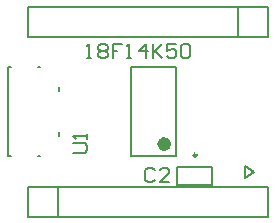
<source format=gto>
G04*
G04 #@! TF.GenerationSoftware,Altium Limited,Altium Designer,22.4.2 (48)*
G04*
G04 Layer_Color=65535*
%FSLAX25Y25*%
%MOIN*%
G70*
G04*
G04 #@! TF.SameCoordinates,0592E0CC-BA3F-4339-BE53-95EDDC47ECB4*
G04*
G04*
G04 #@! TF.FilePolarity,Positive*
G04*
G01*
G75*
%ADD10C,0.02362*%
%ADD11C,0.00984*%
%ADD12C,0.00787*%
D10*
X53543Y26575D02*
G03*
X53543Y26575I-1181J0D01*
G01*
D11*
X63091Y22835D02*
G03*
X63091Y22835I-492J0D01*
G01*
D12*
X56496Y18898D02*
X68307D01*
Y12992D02*
Y18898D01*
X56496Y12992D02*
X68307D01*
X56496D02*
Y18898D01*
X41339Y52165D02*
X56299D01*
X41339Y22638D02*
X56299D01*
X41339D02*
Y52165D01*
X56299Y22638D02*
Y52165D01*
X79429Y19291D02*
X82382Y17323D01*
X79429Y15354D02*
Y19291D01*
Y15354D02*
X82382Y17323D01*
X76811Y62500D02*
Y72342D01*
X16811Y2461D02*
Y12303D01*
X86811Y2402D02*
Y12402D01*
X6811Y2402D02*
X86811D01*
X6811D02*
Y12402D01*
X86811D01*
X6811Y62402D02*
Y72402D01*
X86811D01*
Y62402D02*
Y72402D01*
X6811Y62402D02*
X86811D01*
X10433Y22638D02*
X10827D01*
X10433Y52165D02*
X10827D01*
X197D02*
X1378D01*
X197Y22638D02*
X1378D01*
X197D02*
Y52165D01*
X17126Y29134D02*
Y30709D01*
Y44094D02*
Y45669D01*
X26476Y55216D02*
X28051D01*
X27264D01*
Y59939D01*
X26476Y59152D01*
X30412D02*
X31199Y59939D01*
X32774D01*
X33561Y59152D01*
Y58365D01*
X32774Y57578D01*
X33561Y56791D01*
Y56004D01*
X32774Y55216D01*
X31199D01*
X30412Y56004D01*
Y56791D01*
X31199Y57578D01*
X30412Y58365D01*
Y59152D01*
X31199Y57578D02*
X32774D01*
X38284Y59939D02*
X35135D01*
Y57578D01*
X36709D01*
X35135D01*
Y55216D01*
X39858D02*
X41432D01*
X40645D01*
Y59939D01*
X39858Y59152D01*
X46155Y55216D02*
Y59939D01*
X43794Y57578D01*
X46942D01*
X48516Y59939D02*
Y55216D01*
Y56791D01*
X51665Y59939D01*
X49304Y57578D01*
X51665Y55216D01*
X56388Y59939D02*
X53239D01*
Y57578D01*
X54814Y58365D01*
X55601D01*
X56388Y57578D01*
Y56004D01*
X55601Y55216D01*
X54027D01*
X53239Y56004D01*
X57962Y59152D02*
X58749Y59939D01*
X60324D01*
X61111Y59152D01*
Y56004D01*
X60324Y55216D01*
X58749D01*
X57962Y56004D01*
Y59152D01*
X22048Y23623D02*
X25984D01*
X26771Y24410D01*
Y25984D01*
X25984Y26772D01*
X22048D01*
X26771Y28346D02*
Y29920D01*
Y29133D01*
X22048D01*
X22835Y28346D01*
X49213Y17815D02*
X48426Y18602D01*
X46851D01*
X46064Y17815D01*
Y14666D01*
X46851Y13879D01*
X48426D01*
X49213Y14666D01*
X53936Y13879D02*
X50787D01*
X53936Y17027D01*
Y17815D01*
X53149Y18602D01*
X51574D01*
X50787Y17815D01*
M02*

</source>
